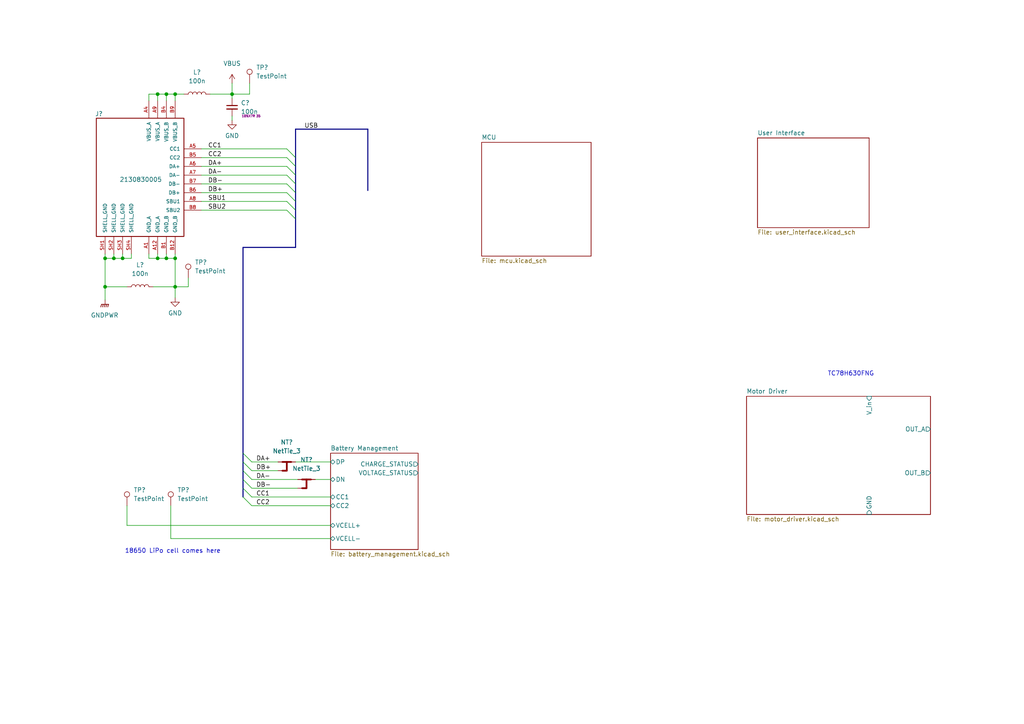
<source format=kicad_sch>
(kicad_sch (version 20211123) (generator eeschema)
  (paper "A4")
  (lib_symbols
    (symbol "818_USB:2130830005" (pin_names (offset 1.016))
      (property "Reference" "J" (at -12.7 17.78 0))
      (property "Value" "2130830005" (at -6.35 -1.27 0))
      (symbol "2130830005_0_0"
        (rectangle (start -12.7 17.78) (end 12.7 -16.51) (stroke (width 0.254)))
        (pin power_in line (at 2.54 -21.59 90) (length 5.08) (name "GND_A") (number "A1"))
        (pin power_in line (at 5.08 -21.59 90) (length 5.08) (name "GND_A") (number "A12"))
        (pin power_in line (at 2.54 22.86 270) (length 5.08) (name "VBUS_A") (number "A4"))
        (pin bidirectional line (at 17.78 8.89 180) (length 5.08) (name "CC1") (number "A5"))
        (pin bidirectional line (at 17.78 3.81 180) (length 5.08) (name "DA+") (number "A6"))
        (pin bidirectional line (at 17.78 1.27 180) (length 5.08) (name "DA-") (number "A7"))
        (pin bidirectional line (at 17.78 -6.35 180) (length 5.08) (name "SBU1") (number "A8"))
        (pin power_in line (at 5.08 22.86 270) (length 5.08) (name "VBUS_A") (number "A9"))
        (pin power_in line (at 7.62 -21.59 90) (length 5.08) (name "GND_B") (number "B1"))
        (pin power_in line (at 10.16 -21.59 90) (length 5.08) (name "GND_B") (number "B12"))
        (pin power_in line (at 7.62 22.86 270) (length 5.08) (name "VBUS_B") (number "B4"))
        (pin bidirectional line (at 17.78 6.35 180) (length 5.08) (name "CC2") (number "B5"))
        (pin bidirectional line (at 17.78 -3.81 180) (length 5.08) (name "DB+") (number "B6"))
        (pin bidirectional line (at 17.78 -1.27 180) (length 5.08) (name "DB-") (number "B7"))
        (pin bidirectional line (at 17.78 -8.89 180) (length 5.08) (name "SBU2") (number "B8"))
        (pin power_in line (at 10.16 22.86 270) (length 5.08) (name "VBUS_B") (number "B9"))
        (pin power_in line (at -10.16 -21.59 90) (length 5.08) (name "SHELL_GND") (number "SH1"))
        (pin power_in line (at -7.62 -21.59 90) (length 5.08) (name "SHELL_GND") (number "SH2"))
        (pin power_in line (at -5.08 -21.59 90) (length 5.08) (name "SHELL_GND") (number "SH3"))
        (pin power_in line (at -2.54 -21.59 90) (length 5.08) (name "SHELL_GND") (number "SH4"))
      )
    )
    (symbol "Connector:TestPoint" (pin_numbers hide) (pin_names (offset 0.762) hide)
      (property "Reference" "TP" (at 0 6.858 0))
      (property "Value" "TestPoint" (at 0 5.08 0))
      (symbol "TestPoint_0_1"
        (circle (center 0 3.302) (radius 0.762))
      )
      (symbol "TestPoint_1_1"
        (pin passive line (at 0 0 90) (length 2.54) (name "1") (number "1"))
      )
    )
    (symbol "Device:C_Small" (pin_numbers hide) (pin_names (offset 0.254) hide)
      (property "Reference" "C" (at 0.254 1.778 0))
      (property "Value" "C_Small" (at 0.254 -2.032 0))
      (symbol "C_Small_0_1"
        (polyline (pts (xy -1.524 -0.508) (xy 1.524 -0.508)) (stroke (width 0.3302)))
        (polyline (pts (xy -1.524 0.508) (xy 1.524 0.508)) (stroke (width 0.3048)))
      )
      (symbol "C_Small_1_1"
        (pin passive line (at 0 2.54 270) (length 2.032) (name "~") (number "1"))
        (pin passive line (at 0 -2.54 90) (length 2.032) (name "~") (number "2"))
      )
    )
    (symbol "Device:L" (pin_numbers hide) (pin_names (offset 1.016) hide)
      (property "Reference" "L" (at -1.27 0 90))
      (property "Value" "L" (at 1.905 0 90))
      (symbol "L_0_1"
        (arc (start 0 -2.54) (mid 0.635 -1.905) (end 0 -1.27))
        (arc (start 0 -1.27) (mid 0.635 -0.635) (end 0 0))
        (arc (start 0 0) (mid 0.635 0.635) (end 0 1.27))
        (arc (start 0 1.27) (mid 0.635 1.905) (end 0 2.54))
      )
      (symbol "L_1_1"
        (pin passive line (at 0 3.81 270) (length 1.27) (name "1") (number "1"))
        (pin passive line (at 0 -3.81 90) (length 1.27) (name "2") (number "2"))
      )
    )
    (symbol "Device:NetTie_3" (pin_numbers hide) (pin_names (offset 0) hide)
      (property "Reference" "NT" (at 0 1.27 0))
      (property "Value" "NetTie_3" (at 0 -3.81 0))
      (symbol "NetTie_3_0_1"
        (polyline (pts (xy -1.27 0) (xy 1.27 0)) (stroke (width 0.508)))
        (polyline (pts (xy 0 0) (xy 0 -2.54) (xy -1.27 -2.54)) (stroke (width 0.508)))
      )
      (symbol "NetTie_3_1_1"
        (pin passive line (at -2.54 0 0) (length 2.54) (name "1") (number "1"))
        (pin passive line (at 2.54 0 180) (length 2.54) (name "2") (number "2"))
        (pin passive line (at -2.54 -2.54 0) (length 2.54) (name "3") (number "3"))
      )
    )
    (symbol "power:GND" (power) (pin_names (offset 0))
      (property "Value" "GND" (at 0 -3.81 0))
      (symbol "GND_0_1"
        (polyline (pts (xy 0 0) (xy 0 -1.27) (xy 1.27 -1.27) (xy 0 -2.54) (xy -1.27 -1.27) (xy 0 -1.27)))
      )
      (symbol "GND_1_1"
        (pin power_in line (at 0 0 270) (length 0) hide (name "GND") (number "1"))
      )
    )
    (symbol "power:GNDPWR" (power) (pin_names (offset 0))
      (property "Value" "GNDPWR" (at 0 -3.302 0))
      (symbol "GNDPWR_0_1"
        (polyline (pts (xy 0 -1.27) (xy 0 0)))
        (polyline (pts (xy -1.016 -1.27) (xy -1.27 -2.032) (xy -1.27 -2.032)) (stroke (width 0.2032)))
        (polyline (pts (xy -0.508 -1.27) (xy -0.762 -2.032) (xy -0.762 -2.032)) (stroke (width 0.2032)))
        (polyline (pts (xy 0 -1.27) (xy -0.254 -2.032) (xy -0.254 -2.032)) (stroke (width 0.2032)))
        (polyline (pts (xy 0.508 -1.27) (xy 0.254 -2.032) (xy 0.254 -2.032)) (stroke (width 0.2032)))
        (polyline (pts (xy 1.016 -1.27) (xy -1.016 -1.27) (xy -1.016 -1.27)) (stroke (width 0.2032)))
        (polyline (pts (xy 1.016 -1.27) (xy 0.762 -2.032) (xy 0.762 -2.032) (xy 0.762 -2.032)) (stroke (width 0.2032)))
      )
      (symbol "GNDPWR_1_1"
        (pin power_in line (at 0 0 270) (length 0) hide (name "GNDPWR") (number "1"))
      )
    )
    (symbol "power:VBUS" (power) (pin_names (offset 0))
      (property "Value" "VBUS" (at 0 3.81 0))
      (symbol "VBUS_0_1"
        (polyline (pts (xy -0.762 1.27) (xy 0 2.54)))
        (polyline (pts (xy 0 0) (xy 0 2.54)))
        (polyline (pts (xy 0 2.54) (xy 0.762 1.27)))
      )
      (symbol "VBUS_1_1"
        (pin power_in line (at 0 0 90) (length 0) hide (name "VBUS") (number "1"))
      )
    )
  )
  (junction (at 50.8 74.93))
  (junction (at 30.48 83.185))
  (junction (at 30.48 74.93))
  (junction (at 45.72 74.93))
  (junction (at 67.31 27.305))
  (junction (at 33.02 74.93))
  (junction (at 50.8 27.305))
  (junction (at 48.26 27.305))
  (junction (at 45.72 27.305))
  (junction (at 48.26 74.93))
  (junction (at 50.8 83.185))
  (junction (at 35.56 74.93))
  (bus_entry (at 83.185 53.34) (size 2.54 2.54))
  (bus_entry (at 83.185 55.88) (size 2.54 2.54))
  (bus_entry (at 83.185 45.72) (size 2.54 2.54))
  (bus_entry (at 83.185 50.8) (size 2.54 2.54))
  (bus_entry (at 83.185 48.26) (size 2.54 2.54))
  (bus_entry (at 83.185 43.18) (size 2.54 2.54))
  (bus_entry (at 83.185 58.42) (size 2.54 2.54))
  (bus_entry (at 83.185 60.96) (size 2.54 2.54))
  (bus_entry (at 70.485 131.445) (size 2.54 2.54))
  (bus_entry (at 70.485 133.985) (size 2.54 2.54))
  (bus_entry (at 70.485 136.525) (size 2.54 2.54))
  (bus_entry (at 70.485 144.145) (size 2.54 2.54))
  (bus_entry (at 70.485 139.065) (size 2.54 2.54))
  (bus_entry (at 70.485 141.605) (size 2.54 2.54))
  (wire (pts (xy 49.53 156.21) (xy 95.885 156.21)))
  (bus (pts (xy 85.725 45.72) (xy 85.725 37.465)))
  (wire (pts (xy 73.025 146.685) (xy 95.885 146.685)))
  (wire (pts (xy 58.42 58.42) (xy 83.185 58.42)))
  (wire (pts (xy 35.56 74.93) (xy 38.1 74.93)))
  (wire (pts (xy 43.18 27.305) (xy 45.72 27.305)))
  (wire (pts (xy 33.02 73.66) (xy 33.02 74.93)))
  (bus (pts (xy 70.485 141.605) (xy 70.485 144.145)))
  (wire (pts (xy 50.8 27.305) (xy 50.8 29.21)))
  (wire (pts (xy 49.53 146.685) (xy 49.53 156.21)))
  (wire (pts (xy 36.83 146.685) (xy 36.83 152.4)))
  (wire (pts (xy 73.025 144.145) (xy 95.885 144.145)))
  (wire (pts (xy 48.26 74.93) (xy 50.8 74.93)))
  (bus (pts (xy 85.725 53.34) (xy 85.725 50.8)))
  (bus (pts (xy 70.485 133.985) (xy 70.485 136.525)))
  (wire (pts (xy 67.31 33.655) (xy 67.31 34.925)))
  (wire (pts (xy 50.8 83.185) (xy 50.8 86.36)))
  (wire (pts (xy 48.26 27.305) (xy 50.8 27.305)))
  (wire (pts (xy 36.83 152.4) (xy 95.885 152.4)))
  (wire (pts (xy 50.8 74.93) (xy 50.8 73.66)))
  (wire (pts (xy 35.56 73.66) (xy 35.56 74.93)))
  (bus (pts (xy 85.725 63.5) (xy 85.725 60.96)))
  (wire (pts (xy 67.31 24.13) (xy 67.31 27.305)))
  (bus (pts (xy 106.68 55.245) (xy 106.68 37.465)))
  (wire (pts (xy 58.42 55.88) (xy 83.185 55.88)))
  (bus (pts (xy 85.725 50.8) (xy 85.725 48.26)))
  (wire (pts (xy 58.42 45.72) (xy 83.185 45.72)))
  (wire (pts (xy 45.72 27.305) (xy 45.72 29.21)))
  (wire (pts (xy 73.025 141.605) (xy 86.36 141.605)))
  (wire (pts (xy 60.96 27.305) (xy 67.31 27.305)))
  (wire (pts (xy 30.48 83.185) (xy 30.48 86.995)))
  (bus (pts (xy 70.485 131.445) (xy 70.485 133.985)))
  (bus (pts (xy 85.725 63.5) (xy 85.725 71.755)))
  (wire (pts (xy 58.42 43.18) (xy 83.185 43.18)))
  (bus (pts (xy 85.725 60.96) (xy 85.725 58.42)))
  (wire (pts (xy 91.44 139.065) (xy 95.885 139.065)))
  (wire (pts (xy 58.42 50.8) (xy 83.185 50.8)))
  (wire (pts (xy 50.8 74.93) (xy 50.8 83.185)))
  (wire (pts (xy 73.025 139.065) (xy 86.36 139.065)))
  (wire (pts (xy 48.26 73.66) (xy 48.26 74.93)))
  (wire (pts (xy 30.48 74.93) (xy 30.48 83.185)))
  (wire (pts (xy 72.39 24.13) (xy 72.39 27.305)))
  (wire (pts (xy 44.45 83.185) (xy 50.8 83.185)))
  (bus (pts (xy 85.725 37.465) (xy 106.68 37.465)))
  (bus (pts (xy 85.725 48.26) (xy 85.725 45.72)))
  (wire (pts (xy 45.72 74.93) (xy 48.26 74.93)))
  (wire (pts (xy 48.26 27.305) (xy 48.26 29.21)))
  (bus (pts (xy 85.725 58.42) (xy 85.725 55.88)))
  (wire (pts (xy 43.18 29.21) (xy 43.18 27.305)))
  (wire (pts (xy 58.42 48.26) (xy 83.185 48.26)))
  (wire (pts (xy 33.02 74.93) (xy 35.56 74.93)))
  (wire (pts (xy 58.42 60.96) (xy 83.185 60.96)))
  (wire (pts (xy 30.48 73.66) (xy 30.48 74.93)))
  (wire (pts (xy 50.8 27.305) (xy 53.34 27.305)))
  (wire (pts (xy 73.025 136.525) (xy 80.645 136.525)))
  (wire (pts (xy 43.18 74.93) (xy 45.72 74.93)))
  (wire (pts (xy 54.61 80.645) (xy 54.61 83.185)))
  (wire (pts (xy 45.72 27.305) (xy 48.26 27.305)))
  (bus (pts (xy 70.485 136.525) (xy 70.485 139.065)))
  (bus (pts (xy 85.725 55.88) (xy 85.725 53.34)))
  (wire (pts (xy 38.1 74.93) (xy 38.1 73.66)))
  (bus (pts (xy 70.485 71.755) (xy 70.485 131.445)))
  (wire (pts (xy 72.39 27.305) (xy 67.31 27.305)))
  (bus (pts (xy 70.485 71.755) (xy 85.725 71.755)))
  (wire (pts (xy 85.725 133.985) (xy 95.885 133.985)))
  (bus (pts (xy 70.485 139.065) (xy 70.485 141.605)))
  (wire (pts (xy 67.31 27.305) (xy 67.31 28.575)))
  (wire (pts (xy 50.8 83.185) (xy 54.61 83.185)))
  (wire (pts (xy 30.48 83.185) (xy 36.83 83.185)))
  (wire (pts (xy 73.025 133.985) (xy 80.645 133.985)))
  (wire (pts (xy 58.42 53.34) (xy 83.185 53.34)))
  (wire (pts (xy 30.48 74.93) (xy 33.02 74.93)))
  (wire (pts (xy 45.72 73.66) (xy 45.72 74.93)))
  (wire (pts (xy 43.18 73.66) (xy 43.18 74.93)))
  (text "TC78H630FNG\n" (at 240.03 109.22 0) (effects (font (size 1.27 1.27)) (justify left bottom)))
  (text "18650 LiPo cell comes here" (at 36.195 160.655 0) (effects (font (size 1.27 1.27)) (justify left bottom)))
  (label "DA+" (at 60.325 48.26 0))
  (label "DB-" (at 74.295 141.605 0))
  (label "SBU2" (at 60.325 60.96 0))
  (label "DA+" (at 74.295 133.985 0))
  (label "CC2" (at 60.325 45.72 0))
  (label "USB" (at 88.265 37.465 0))
  (label "CC1" (at 74.295 144.145 0))
  (label "DA-" (at 60.325 50.8 0))
  (label "CC1" (at 60.325 43.18 0))
  (label "DA-" (at 74.295 139.065 0))
  (label "DB-" (at 60.325 53.34 0))
  (label "DB+" (at 60.325 55.88 0))
  (label "DB+" (at 74.295 136.525 0))
  (label "CC2" (at 74.295 146.685 0))
  (label "SBU1" (at 60.325 58.42 0))
  (symbol (lib_id "Device:NetTie_3") (at 83.185 133.985 0) (unit 1)
    (property "Reference" "NT?" (at 83.185 128.27 0))
    (property "Value" "NetTie_3" (at 83.185 130.81 0))
  )
  (symbol (lib_id "Connector:TestPoint") (at 49.53 146.685 0) (unit 1)
    (property "Reference" "TP?" (at 51.435 142.1129 0) (effects (justify left)))
    (property "Value" "TestPoint" (at 51.435 144.6529 0) (effects (justify left)))
  )
  (symbol (lib_id "power:GNDPWR") (at 30.48 86.995 0) (unit 1)
    (property "Reference" "#PWR?" (effects hide))
    (property "Value" "GNDPWR" (at 30.353 91.44 0))
  )
  (symbol (lib_id "power:VBUS") (at 67.31 24.13 0) (unit 1)
    (property "Reference" "#PWR?" (effects hide))
    (property "Value" "VBUS" (at 67.31 18.415 0))
  )
  (symbol (lib_id "818_USB:2130830005") (at 40.64 52.07 0) (unit 1)
    (property "Reference" "J?" (at 29.845 33.02 0) (effects (justify right)))
    (property "Value" "2130830005" (at 46.99 52.07 0) (effects (justify right)))
    (property "Footprint" "818_USB:MOLEX_2130830005" (effects hide))
    (property "PARTREV" "A" (effects hide))
    (property "STANDARD" "Manufacturer recommendations" (effects hide))
    (property "MANUFACTURER" "Molex" (effects hide))
    (property "MAXIMUM_PACKAGE_HEIGHT" "3.36mm" (effects hide))
  )
  (symbol (lib_id "Connector:TestPoint") (at 72.39 24.13 0) (unit 1)
    (property "Reference" "TP?" (at 74.295 19.5579 0) (effects (justify left)))
    (property "Value" "TestPoint" (at 74.295 22.0979 0) (effects (justify left)))
  )
  (symbol (lib_id "Connector:TestPoint") (at 36.83 146.685 0) (unit 1)
    (property "Reference" "TP?" (at 38.735 142.1129 0) (effects (justify left)))
    (property "Value" "TestPoint" (at 38.735 144.6529 0) (effects (justify left)))
  )
  (symbol (lib_id "Device:L") (at 40.64 83.185 90) (unit 1)
    (property "Reference" "L?" (at 40.64 76.835 90))
    (property "Value" "100n" (at 40.64 79.375 90))
    (property "Footprint" "Inductor_SMD:L_0603_1608Metric_Pad1.05x0.95mm_HandSolder" (effects hide))
  )
  (symbol (lib_id "Connector:TestPoint") (at 54.61 80.645 0) (unit 1)
    (property "Reference" "TP?" (at 56.515 76.0729 0) (effects (justify left)))
    (property "Value" "TestPoint" (at 56.515 78.6129 0) (effects (justify left)))
  )
  (symbol (lib_id "power:GND") (at 67.31 34.925 0) (unit 1)
    (property "Reference" "#PWR?" (effects hide))
    (property "Value" "GND" (at 67.31 39.37 0))
  )
  (symbol (lib_id "power:GND") (at 50.8 86.36 0) (unit 1)
    (property "Reference" "#PWR?" (effects hide))
    (property "Value" "GND" (at 50.8 90.805 0))
  )
  (symbol (lib_id "Device:NetTie_3") (at 88.9 139.065 0) (unit 1)
    (property "Reference" "NT?" (at 88.9 133.35 0))
    (property "Value" "NetTie_3" (at 88.9 135.89 0))
  )
  (symbol (lib_id "Device:L") (at 57.15 27.305 90) (unit 1)
    (property "Reference" "L?" (at 57.15 20.955 90))
    (property "Value" "100n" (at 57.15 23.495 90))
    (property "Footprint" "Inductor_SMD:L_0603_1608Metric_Pad1.05x0.95mm_HandSolder" (effects hide))
  )
  (symbol (lib_id "Device:C_Small") (at 67.31 31.115 0) (unit 1)
    (property "Reference" "C?" (at 69.85 29.8512 0) (effects (justify left)))
    (property "Value" "100n" (at 69.85 32.3912 0) (effects (justify left)))
    (property "Tolerance" "10%" (at 71.12 33.655 0) (effects (font (size 0.635 0.635))))
    (property "Type" "X7R" (at 73.025 33.655 0) (effects (font (size 0.635 0.635))))
    (property "Voltage Rating" "35" (at 74.93 33.655 0) (effects (font (size 0.635 0.635))))
  )
  (sheet (at 216.535 114.935) (size 53.34 34.29) (stroke (width 0.1524))
    (property "Sheet name" "Motor Driver" (at 216.535 114.2234 0) (effects (justify left bottom)))
    (property "Sheet file" "motor_driver.kicad_sch" (at 216.535 149.8096 0) (effects (justify left top)))
    (pin "OUT_A" output (at 269.875 124.46 0))
    (pin "OUT_B" output (at 269.875 137.16 0))
    (pin "GND" input (at 252.095 149.225 270))
    (pin "V_in" input (at 252.095 114.935 90))
  )
  (sheet (at 95.885 131.445) (size 25.4 27.94) (stroke (width 0.1524))
    (property "Sheet name" "Battery Management" (at 95.885 130.7334 0) (effects (justify left bottom)))
    (property "Sheet file" "battery_management.kicad_sch" (at 95.885 159.9696 0) (effects (justify left top)))
    (pin "CHARGE_STATUS" output (at 121.285 134.62 0))
    (pin "DP" bidirectional (at 95.885 133.985 180))
    (pin "DN" bidirectional (at 95.885 139.065 180))
    (pin "CC1" bidirectional (at 95.885 144.145 180))
    (pin "CC2" bidirectional (at 95.885 146.685 180))
    (pin "VCELL-" bidirectional (at 95.885 156.21 180))
    (pin "VCELL+" bidirectional (at 95.885 152.4 180))
    (pin "VOLTAGE_STATUS" output (at 121.285 137.16 0))
  )
  (sheet (at 139.7 41.275) (size 31.75 33.02) (stroke (width 0.1524))
    (property "Sheet name" "MCU" (at 139.7 40.5634 0) (effects (justify left bottom)))
    (property "Sheet file" "mcu.kicad_sch" (at 139.7 74.8796 0) (effects (justify left top)))
  )
  (sheet (at 219.71 40.005) (size 32.385 26.035) (stroke (width 0.1524))
    (property "Sheet name" "User Interface" (at 219.71 39.2934 0) (effects (justify left bottom)))
    (property "Sheet file" "user_interface.kicad_sch" (at 219.71 66.6246 0) (effects (justify left top)))
  )
)
</source>
